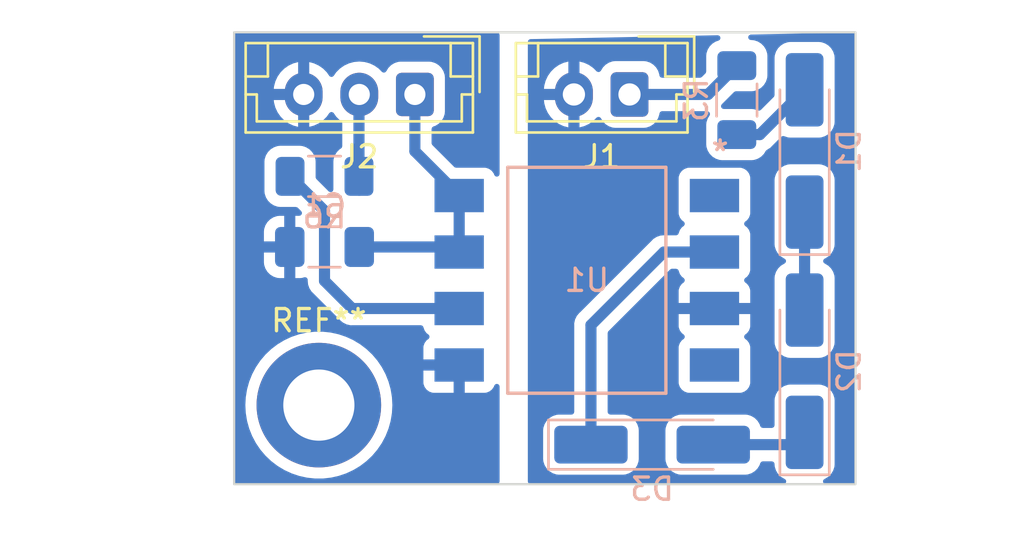
<source format=kicad_pcb>
(kicad_pcb (version 20221018) (generator pcbnew)
  (layers (0 "F.Cu" signal) (31 "B.Cu" signal) (34 "B.Paste" user) (35 "F.Paste" user) (36 "B.SilkS" user "B.Silkscreen") (37 "F.SilkS" user "F.Silkscreen") (38 "B.Mask" user) (39 "F.Mask" user) (44 "Edge.Cuts" user))
  (net 0 "")
  (net 1 "5V")
  (net 2 "GND")
  (net 3 "Net-(D1-K)")
  (net 4 "Net-(D1-A)")
  (net 5 "Net-(D2-K)")
  (net 6 "Net-(D3-K)")
  (net 7 "PULSE_GND")
  (net 8 "PULSE_IN")
  (net 9 "{slash}SIGNAL_OPENDRAIN")
  (net 10 "Net-(U1-VO)")
  (footprint "Connector_JST:JST_EH_B3B-EH-A_1x03_P2.50mm_Vertical" (layer "F.Cu") (at 140.5383 72.5431 180)
    (fp_text reference "J2" (at 2.5 -2.8) (layer "F.SilkS"))
    (fp_text value "JST 3PIN")
    (fp_line (start -2.91 0.11) (end -2.91 2.61) (stroke (width 0.12)) (layer "F.SilkS"))
    (fp_line (start -2.91 2.61) (end -0.41 2.61) (stroke (width 0.12)) (layer "F.SilkS"))
    (fp_line (start -2.61 -1.71) (end -2.61 2.31) (stroke (width 0.12)) (layer "F.SilkS"))
    (fp_line (start -2.61 0) (end -2.11 0) (stroke (width 0.12)) (layer "F.SilkS"))
    (fp_line (start -2.61 0.81) (end -1.61 0.81) (stroke (width 0.12)) (layer "F.SilkS"))
    (fp_line (start -2.61 2.31) (end 7.61 2.31) (stroke (width 0.12)) (layer "F.SilkS"))
    (fp_line (start -2.11 -1.21) (end 7.11 -1.21) (stroke (width 0.12)) (layer "F.SilkS"))
    (fp_line (start -2.11 0) (end -2.11 -1.21) (stroke (width 0.12)) (layer "F.SilkS"))
    (fp_line (start -1.61 0.81) (end -1.61 2.31) (stroke (width 0.12)) (layer "F.SilkS"))
    (fp_line (start 6.61 0.81) (end 6.61 2.31) (stroke (width 0.12)) (layer "F.SilkS"))
    (fp_line (start 7.11 -1.21) (end 7.11 0) (stroke (width 0.12)) (layer "F.SilkS"))
    (fp_line (start 7.11 0) (end 7.61 0) (stroke (width 0.12)) (layer "F.SilkS"))
    (fp_line (start 7.61 -1.71) (end -2.61 -1.71) (stroke (width 0.12)) (layer "F.SilkS"))
    (fp_line (start 7.61 0.81) (end 6.61 0.81) (stroke (width 0.12)) (layer "F.SilkS"))
    (fp_line (start 7.61 2.31) (end 7.61 -1.71) (stroke (width 0.12)) (layer "F.SilkS"))
    (pad "1" thru_hole roundrect (at 0 0 180) (size 1.7 1.95) (drill 0.95) (layers "*.Cu" "*.Mask") (roundrect_rratio 0.1470588235) (net 1 "5V"))
    (pad "2" thru_hole oval (at 2.5 0 180) (size 1.7 1.95) (drill 0.95) (layers "*.Cu" "*.Mask") (net 9 "{slash}SIGNAL_OPENDRAIN"))
    (pad "3" thru_hole oval (at 5 0 180) (size 1.7 1.95) (drill 0.95) (layers "*.Cu" "*.Mask") (net 2 "GND"))
  )
  (footprint "Connector_JST:JST_EH_B2B-EH-A_1x02_P2.50mm_Vertical" (layer "F.Cu") (at 150.1903 72.5431 180)
    (fp_text reference "J1" (at 1.25 -2.8) (layer "F.SilkS"))
    (fp_text value "JST 2PIN")
    (fp_line (start -2.91 0.11) (end -2.91 2.61) (stroke (width 0.12)) (layer "F.SilkS"))
    (fp_line (start -2.91 2.61) (end -0.41 2.61) (stroke (width 0.12)) (layer "F.SilkS"))
    (fp_line (start -2.61 -1.71) (end -2.61 2.31) (stroke (width 0.12)) (layer "F.SilkS"))
    (fp_line (start -2.61 0) (end -2.11 0) (stroke (width 0.12)) (layer "F.SilkS"))
    (fp_line (start -2.61 0.81) (end -1.61 0.81) (stroke (width 0.12)) (layer "F.SilkS"))
    (fp_line (start -2.61 2.31) (end 5.11 2.31) (stroke (width 0.12)) (layer "F.SilkS"))
    (fp_line (start -2.11 -1.21) (end 4.61 -1.21) (stroke (width 0.12)) (layer "F.SilkS"))
    (fp_line (start -2.11 0) (end -2.11 -1.21) (stroke (width 0.12)) (layer "F.SilkS"))
    (fp_line (start -1.61 0.81) (end -1.61 2.31) (stroke (width 0.12)) (layer "F.SilkS"))
    (fp_line (start 4.11 0.81) (end 4.11 2.31) (stroke (width 0.12)) (layer "F.SilkS"))
    (fp_line (start 4.61 -1.21) (end 4.61 0) (stroke (width 0.12)) (layer "F.SilkS"))
    (fp_line (start 4.61 0) (end 5.11 0) (stroke (width 0.12)) (layer "F.SilkS"))
    (fp_line (start 5.11 -1.71) (end -2.61 -1.71) (stroke (width 0.12)) (layer "F.SilkS"))
    (fp_line (start 5.11 0.81) (end 4.11 0.81) (stroke (width 0.12)) (layer "F.SilkS"))
    (fp_line (start 5.11 2.31) (end 5.11 -1.71) (stroke (width 0.12)) (layer "F.SilkS"))
    (pad "1" thru_hole roundrect (at 0 0 180) (size 1.7 2) (drill 1) (layers "*.Cu" "*.Mask") (roundrect_rratio 0.1470588235) (net 8 "PULSE_IN"))
    (pad "2" thru_hole oval (at 2.5 0 180) (size 1.7 2) (drill 1) (layers "*.Cu" "*.Mask") (net 7 "PULSE_GND"))
  )
  (footprint "MountingHole:MountingHole_3.2mm_M3_DIN965_Pad" (layer "F.Cu") (at 136.2203 86.5131)
    (fp_text reference "REF**" (at 0 -3.8) (layer "F.SilkS"))
    (fp_text value "MountingHole_3.2mm_M3_DIN965_Pad")
    (pad "1" thru_hole circle (at 0 0) (size 5.6 5.6) (drill 3.2) (layers "*.Cu" "*.Mask"))
  )
  (footprint "Diode_SMD:D_MiniMELF_Handsoldering" (layer "B.Cu") (at 158.0643 84.9891 90)
    (fp_text reference "D2" (at 0 2 90) (layer "B.SilkS") (effects (justify mirror)))
    (fp_text value "LL418")
    (fp_line (start -4.66 -1.11) (end 2.75 -1.11) (stroke (width 0.12)) (layer "B.SilkS"))
    (fp_line (start -4.66 1.11) (end -4.66 -1.11) (stroke (width 0.12)) (layer "B.SilkS"))
    (fp_line (start 2.75 1.11) (end -4.66 1.11) (stroke (width 0.12)) (layer "B.SilkS"))
    (pad "1" smd roundrect (at -2.75 0 90) (size 3.3 1.7) (layers "B.Cu" "B.Paste" "B.Mask") (roundrect_rratio 0.1470588235) (net 5 "Net-(D2-K)"))
    (pad "2" smd roundrect (at 2.75 0 90) (size 3.3 1.7) (layers "B.Cu" "B.Paste" "B.Mask") (roundrect_rratio 0.1470588235) (net 3 "Net-(D1-K)"))
  )
  (footprint "MainLib:SMT_6N137_OSI-M" (layer "B.Cu") (at 148.2707 80.8991 180)
    (fp_text reference "U1" (at 0 0 unlocked) (layer "B.SilkS") (effects (justify mirror)))
    (fp_text value "6N137SDM")
    (fp_text user "*" (at -5.9936 5.765 unlocked) (layer "B.SilkS") (effects (justify mirror)))
    (fp_text user "*" (at -5.9936 5.765 unlocked) (layer "B.SilkS") (effects (justify mirror)))
    (fp_line (start -3.556 -5.08) (end 3.556 -5.08) (stroke (width 0.1524)) (layer "B.SilkS"))
    (fp_line (start -3.556 5.08) (end -3.556 -5.08) (stroke (width 0.1524)) (layer "B.SilkS"))
    (fp_line (start 3.556 -5.08) (end 3.556 5.08) (stroke (width 0.1524)) (layer "B.SilkS"))
    (fp_line (start 3.556 5.08) (end -3.556 5.08) (stroke (width 0.1524)) (layer "B.SilkS"))
    (pad "1" smd rect (at -5.7396 3.81 180) (size 2.219198 1.5) (layers "B.Cu" "B.Paste" "B.Mask"))
    (pad "2" smd rect (at -5.7396 1.27 180) (size 2.219198 1.5) (layers "B.Cu" "B.Paste" "B.Mask") (net 6 "Net-(D3-K)"))
    (pad "3" smd rect (at -5.7396 -1.27 180) (size 2.219198 1.5) (layers "B.Cu" "B.Paste" "B.Mask") (net 7 "PULSE_GND"))
    (pad "4" smd rect (at -5.7396 -3.81 180) (size 2.219198 1.5) (layers "B.Cu" "B.Paste" "B.Mask"))
    (pad "5" smd rect (at 5.7396 -3.81 180) (size 2.219198 1.5) (layers "B.Cu" "B.Paste" "B.Mask") (net 2 "GND"))
    (pad "6" smd rect (at 5.7396 -1.27 180) (size 2.219198 1.5) (layers "B.Cu" "B.Paste" "B.Mask") (net 10 "Net-(U1-VO)"))
    (pad "7" smd rect (at 5.7396 1.27 180) (size 2.219198 1.5) (layers "B.Cu" "B.Paste" "B.Mask") (net 1 "5V"))
    (pad "8" smd rect (at 5.7396 3.81 180) (size 2.219198 1.5) (layers "B.Cu" "B.Paste" "B.Mask") (net 1 "5V"))
  )
  (footprint "Resistor_SMD:R_1206_3216Metric_Pad1.30x1.75mm_HandSolder" (layer "B.Cu") (at 155.0163 72.7971 -90)
    (fp_text reference "R3" (at 0 1.82 90) (layer "B.SilkS") (effects (justify mirror)))
    (fp_text value "1k")
    (fp_line (start -0.727064 -0.91) (end 0.727064 -0.91) (stroke (width 0.12)) (layer "B.SilkS"))
    (fp_line (start -0.727064 0.91) (end 0.727064 0.91) (stroke (width 0.12)) (layer "B.SilkS"))
    (pad "1" smd roundrect (at -1.55 0 270) (size 1.3 1.75) (layers "B.Cu" "B.Paste" "B.Mask") (roundrect_rratio 0.1923076923) (net 8 "PULSE_IN"))
    (pad "2" smd roundrect (at 1.55 0 270) (size 1.3 1.75) (layers "B.Cu" "B.Paste" "B.Mask") (roundrect_rratio 0.1923076923) (net 4 "Net-(D1-A)"))
  )
  (footprint "Diode_SMD:D_MiniMELF_Handsoldering" (layer "B.Cu") (at 158.0643 75.0831 90)
    (fp_text reference "D1" (at 0 2 90) (layer "B.SilkS") (effects (justify mirror)))
    (fp_text value "LL418")
    (fp_line (start -4.66 -1.11) (end 2.75 -1.11) (stroke (width 0.12)) (layer "B.SilkS"))
    (fp_line (start -4.66 1.11) (end -4.66 -1.11) (stroke (width 0.12)) (layer "B.SilkS"))
    (fp_line (start 2.75 1.11) (end -4.66 1.11) (stroke (width 0.12)) (layer "B.SilkS"))
    (pad "1" smd roundrect (at -2.75 0 90) (size 3.3 1.7) (layers "B.Cu" "B.Paste" "B.Mask") (roundrect_rratio 0.1470588235) (net 3 "Net-(D1-K)"))
    (pad "2" smd roundrect (at 2.75 0 90) (size 3.3 1.7) (layers "B.Cu" "B.Paste" "B.Mask") (roundrect_rratio 0.1470588235) (net 4 "Net-(D1-A)"))
  )
  (footprint "Diode_SMD:D_MiniMELF_Handsoldering" (layer "B.Cu") (at 151.2063 88.2911)
    (fp_text reference "D3" (at 0 2) (layer "B.SilkS") (effects (justify mirror)))
    (fp_text value "LL418")
    (fp_line (start -4.66 -1.11) (end 2.75 -1.11) (stroke (width 0.12)) (layer "B.SilkS"))
    (fp_line (start -4.66 1.11) (end -4.66 -1.11) (stroke (width 0.12)) (layer "B.SilkS"))
    (fp_line (start 2.75 1.11) (end -4.66 1.11) (stroke (width 0.12)) (layer "B.SilkS"))
    (pad "1" smd roundrect (at -2.75 0) (size 3.3 1.7) (layers "B.Cu" "B.Paste" "B.Mask") (roundrect_rratio 0.1470588235) (net 6 "Net-(D3-K)"))
    (pad "2" smd roundrect (at 2.75 0) (size 3.3 1.7) (layers "B.Cu" "B.Paste" "B.Mask") (roundrect_rratio 0.1470588235) (net 5 "Net-(D2-K)"))
  )
  (footprint "Capacitor_SMD:C_1206_3216Metric_Pad1.33x1.80mm_HandSolder" (layer "B.Cu") (at 136.4743 79.4011 180)
    (fp_text reference "C1" (at 0 1.85) (layer "B.SilkS") (effects (justify mirror)))
    (fp_text value "0.1u")
    (fp_line (start -0.711252 -0.91) (end 0.711252 -0.91) (stroke (width 0.12)) (layer "B.SilkS"))
    (fp_line (start -0.711252 0.91) (end 0.711252 0.91) (stroke (width 0.12)) (layer "B.SilkS"))
    (pad "1" smd roundrect (at -1.5625 0 180) (size 1.325 1.8) (layers "B.Cu" "B.Paste" "B.Mask") (roundrect_rratio 0.1886792453) (net 1 "5V"))
    (pad "2" smd roundrect (at 1.5625 0 180) (size 1.325 1.8) (layers "B.Cu" "B.Paste" "B.Mask") (roundrect_rratio 0.1886792453) (net 2 "GND"))
  )
  (footprint "Resistor_SMD:R_1206_3216Metric_Pad1.30x1.75mm_HandSolder" (layer "B.Cu") (at 136.4743 76.2261)
    (fp_text reference "R6" (at 0 1.82) (layer "B.SilkS") (effects (justify mirror)))
    (fp_text value "1k")
    (fp_line (start -0.727064 -0.91) (end 0.727064 -0.91) (stroke (width 0.12)) (layer "B.SilkS"))
    (fp_line (start -0.727064 0.91) (end 0.727064 0.91) (stroke (width 0.12)) (layer "B.SilkS"))
    (pad "1" smd roundrect (at -1.55 0) (size 1.3 1.75) (layers "B.Cu" "B.Paste" "B.Mask") (roundrect_rratio 0.1923076923) (net 10 "Net-(U1-VO)"))
    (pad "2" smd roundrect (at 1.55 0) (size 1.3 1.75) (layers "B.Cu" "B.Paste" "B.Mask") (roundrect_rratio 0.1923076923) (net 9 "{slash}SIGNAL_OPENDRAIN"))
  )
  (gr_rect (start 132.4103 69.7491) (end 160.3503 90.0691) (stroke (width 0.1)) (fill none) (layer "Edge.Cuts"))
  (segment (start 142.3031 79.4011) (end 138.0368 79.4011) (width 0.5) (layer "B.Cu") (net 1))
  (segment (start 140.5383 73.0511) (end 140.5383 75.0963) (width 0.5) (layer "B.Cu") (net 1))
  (segment (start 140.5383 75.0963) (end 142.5311 77.0891) (width 0.5) (layer "B.Cu") (net 1))
  (segment (start 142.5311 79.6291) (end 142.3031 79.4011) (width 0.5) (layer "B.Cu") (net 1))
  (segment (start 142.5311 77.0891) (end 142.5311 79.6291) (width 0.5) (layer "B.Cu") (net 1))
  (segment (start 142.5051 84.7351) (end 142.5311 84.7091) (width 0.5) (layer "B.Cu") (net 2))
  (segment (start 158.3443 76.6251) (end 158.3183 76.6511) (width 0.25) (layer "B.Cu") (net 3))
  (segment (start 158.0643 82.2391) (end 158.0643 77.8331) (width 0.5) (layer "B.Cu") (net 3))
  (segment (start 155.0163 74.3471) (end 156.0503 74.3471) (width 0.5) (layer "B.Cu") (net 4))
  (segment (start 156.0503 74.3471) (end 158.0643 72.3331) (width 0.5) (layer "B.Cu") (net 4))
  (segment (start 153.9563 88.2911) (end 157.5123 88.2911) (width 0.5) (layer "B.Cu") (net 5))
  (segment (start 157.5123 88.2911) (end 158.0643 87.7391) (width 0.5) (layer "B.Cu") (net 5))
  (segment (start 148.4563 88.2911) (end 148.4563 82.9131) (width 0.5) (layer "B.Cu") (net 6))
  (segment (start 151.7403 79.6291) (end 154.0103 79.6291) (width 0.5) (layer "B.Cu") (net 6))
  (segment (start 148.4563 82.9131) (end 151.7403 79.6291) (width 0.5) (layer "B.Cu") (net 6))
  (segment (start 155.0163 71.2471) (end 153.7203 72.5431) (width 0.5) (layer "B.Cu") (net 8))
  (segment (start 153.7203 72.5431) (end 150.1903 72.5431) (width 0.5) (layer "B.Cu") (net 8))
  (segment (start 138.0243 73.0651) (end 138.0383 73.0511) (width 0.5) (layer "B.Cu") (net 9))
  (segment (start 138.0383 76.8471) (end 138.0243 76.8331) (width 0.5) (layer "B.Cu") (net 9))
  (segment (start 138.0243 76.8331) (end 138.0243 73.0651) (width 0.5) (layer "B.Cu") (net 9))
  (segment (start 136.4743 80.9251) (end 136.4743 77.7761) (width 0.5) (layer "B.Cu") (net 10))
  (segment (start 142.5311 82.1691) (end 137.7183 82.1691) (width 0.5) (layer "B.Cu") (net 10))
  (segment (start 136.4743 77.7761) (end 134.9243 76.2261) (width 0.5) (layer "B.Cu") (net 10))
  (segment (start 137.7183 82.1691) (end 136.4743 80.9251) (width 0.5) (layer "B.Cu") (net 10))
  (zone (net 7) (net_name "PULSE_GND") (layer "B.Cu") (priority 1) (connect_pads (clearance 0.5)) (min_thickness 0.25) (fill yes (thermal_gap 0.5) (thermal_bridge_width 0.5))
    (polygon (pts (xy 145.6183 70.055343) (xy 160.4773 69.7491) (xy 160.3503 90.121343) (xy 158.090684 90.121343) (xy 145.6183 90.0691)))
  )
  (zone (net 2) (net_name "GND") (layer "B.Cu") (connect_pads (clearance 0.5)) (min_thickness 0.25) (fill yes (thermal_gap 0.5) (thermal_bridge_width 0.5))
    (polygon (pts (xy 132.4103 69.7491) (xy 144.3483 69.7491) (xy 144.3483 90.0691) (xy 137.9983 90.0691) (xy 132.4103 90.0691)))
  )
)
</source>
